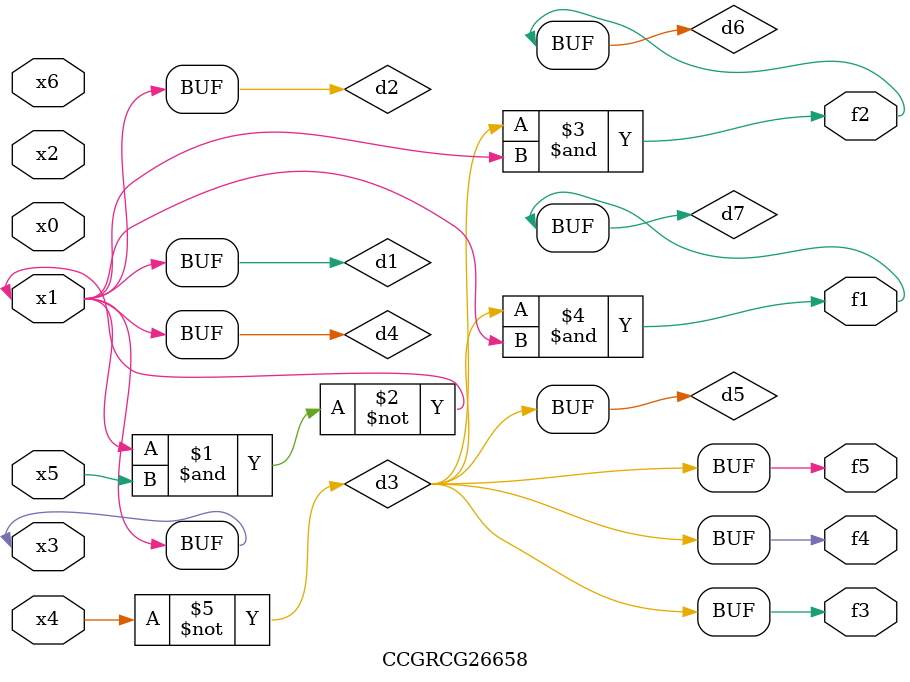
<source format=v>
module CCGRCG26658(
	input x0, x1, x2, x3, x4, x5, x6,
	output f1, f2, f3, f4, f5
);

	wire d1, d2, d3, d4, d5, d6, d7;

	buf (d1, x1, x3);
	nand (d2, x1, x5);
	not (d3, x4);
	buf (d4, d1, d2);
	buf (d5, d3);
	and (d6, d3, d4);
	and (d7, d3, d4);
	assign f1 = d7;
	assign f2 = d6;
	assign f3 = d5;
	assign f4 = d5;
	assign f5 = d5;
endmodule

</source>
